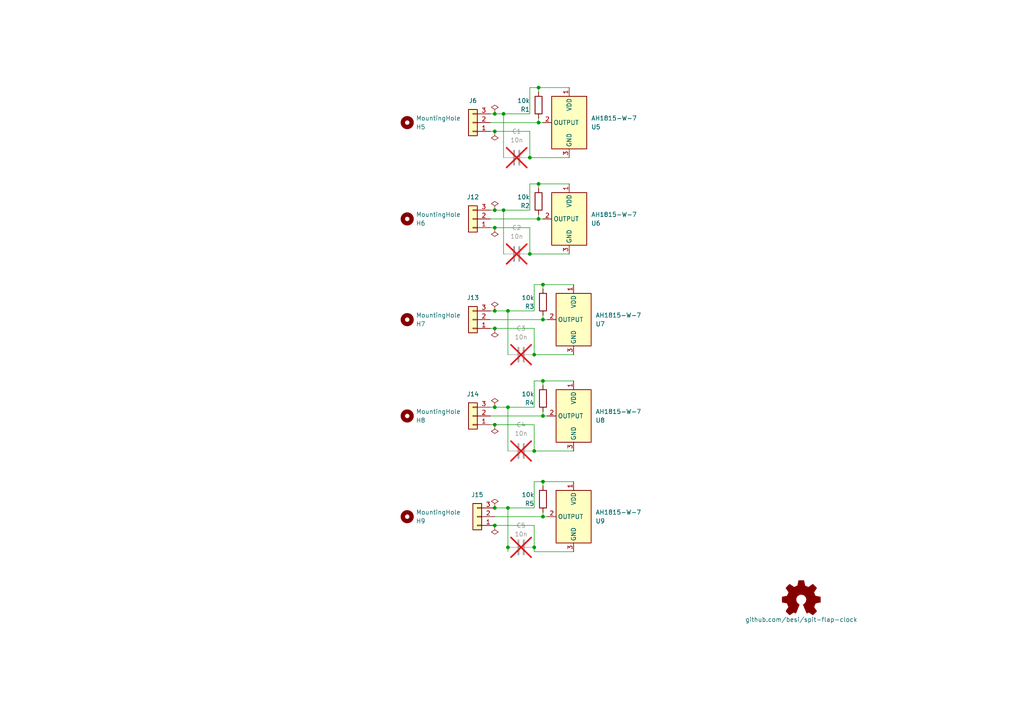
<source format=kicad_sch>
(kicad_sch (version 20231120) (generator "eeschema") (generator_version "8.0")
  (paper "A4")
  (title_block (title "SplitFlap Driver - Sensors") (date "2025-03-05") (rev "v1.2") (company "Besmer Labs"))
  (lib_symbols
    (symbol "Connector_Generic:Conn_01x03" (pin_names (offset 1.016) hide)
      (property "Reference" "J" (at 0 5.08 0))
      (property "Value" "Conn_01x03" (at 0 -5.08 0))
      (symbol "Conn_01x03_1_1"
        (rectangle (start -1.27 -2.413) (end 0 -2.667) (stroke (width 0.1524)))
        (rectangle (start -1.27 0.127) (end 0 -0.127) (stroke (width 0.1524)))
        (rectangle (start -1.27 2.667) (end 0 2.413) (stroke (width 0.1524)))
        (rectangle (start -1.27 3.81) (end 1.27 -3.81) (stroke (width 0.254)) (fill (type background)))
        (pin passive line (at -5.08 2.54 0) (length 3.81) (name "Pin_1") (number "1"))
        (pin passive line (at -5.08 0 0) (length 3.81) (name "Pin_2") (number "2"))
        (pin passive line (at -5.08 -2.54 0) (length 3.81) (name "Pin_3") (number "3"))
      )
    )
    (symbol "Device:C" (pin_numbers hide) (pin_names (offset 0.254))
      (property "Reference" "C" (at 0.635 2.54 0))
      (property "Value" "C" (at 0.635 -2.54 0))
      (symbol "C_0_1"
        (polyline (pts (xy -2.032 -0.762) (xy 2.032 -0.762)) (stroke (width 0.508)))
        (polyline (pts (xy -2.032 0.762) (xy 2.032 0.762)) (stroke (width 0.508)))
      )
      (symbol "C_1_1"
        (pin passive line (at 0 3.81 270) (length 2.794) (name "~") (number "1"))
        (pin passive line (at 0 -3.81 90) (length 2.794) (name "~") (number "2"))
      )
    )
    (symbol "Device:R" (pin_numbers hide) (pin_names (offset 0))
      (property "Reference" "R" (at 2.032 0 90))
      (property "Value" "R" (at 0 0 90))
      (symbol "R_0_1"
        (rectangle (start -1.016 -2.54) (end 1.016 2.54) (stroke (width 0.254)))
      )
      (symbol "R_1_1"
        (pin passive line (at 0 3.81 270) (length 1.27) (name "~") (number "1"))
        (pin passive line (at 0 -3.81 90) (length 1.27) (name "~") (number "2"))
      )
    )
    (symbol "Graphic:Logo_Open_Hardware_Small" (in_bom no) (on_board no)
      (symbol "Logo_Open_Hardware_Small_0_1"
        (polyline (pts (xy 3.3528 -4.3434) (xy 3.302 -4.318) (xy 3.175 -4.2418) (xy 2.9972 -4.1148) (xy 2.7686 -3.9624) (xy 2.54 -3.81) (xy 2.3622 -3.7084) (xy 2.2352 -3.6068) (xy 2.1844 -3.5814) (xy 2.159 -3.6068) (xy 2.0574 -3.6576) (xy 1.905 -3.7338) (xy 1.8034 -3.7846) (xy 1.6764 -3.8354) (xy 1.6002 -3.8354) (xy 1.6002 -3.8354) (xy 1.5494 -3.7338) (xy 1.4732 -3.5306) (xy 1.3462 -3.302) (xy 1.2446 -3.0226) (xy 1.1176 -2.7178) (xy 0.9652 -2.413) (xy 0.8636 -2.1082) (xy 0.7366 -1.8288) (xy 0.6604 -1.6256) (xy 0.6096 -1.4732) (xy 0.5842 -1.397) (xy 0.5842 -1.397) (xy 0.6604 -1.3208) (xy 0.7874 -1.2446) (xy 1.0414 -1.016) (xy 1.2954 -0.6858) (xy 1.4478 -0.3302) (xy 1.524 0.0762) (xy 1.4732 0.4572) (xy 1.3208 0.8128) (xy 1.0668 1.143) (xy 0.762 1.3716) (xy 0.4064 1.524) (xy 0 1.5748) (xy -0.381 1.5494) (xy -0.7366 1.397) (xy -1.0668 1.143) (xy -1.2192 0.9906) (xy -1.397 0.6604) (xy -1.524 0.3048) (xy -1.524 0.2286) (xy -1.4986 -0.1778) (xy -1.397 -0.5334) (xy -1.1938 -0.8636) (xy -0.9144 -1.143) (xy -0.8636 -1.1684) (xy -0.7366 -1.27) (xy -0.635 -1.3462) (xy -0.5842 -1.397) (xy -1.0668 -2.5908) (xy -1.143 -2.794) (xy -1.2954 -3.1242) (xy -1.397 -3.4036) (xy -1.4986 -3.6322) (xy -1.5748 -3.7846) (xy -1.6002 -3.8354) (xy -1.6002 -3.8354) (xy -1.651 -3.8354) (xy -1.7272 -3.81) (xy -1.905 -3.7338) (xy -2.0066 -3.683) (xy -2.1336 -3.6068) (xy -2.2098 -3.5814) (xy -2.2606 -3.6068) (xy -2.3622 -3.683) (xy -2.54 -3.81) (xy -2.7686 -3.9624) (xy -2.9718 -4.0894) (xy -3.1496 -4.2164) (xy -3.302 -4.318) (xy -3.3528 -4.3434) (xy -3.3782 -4.3434) (xy -3.429 -4.318) (xy -3.5306 -4.2164) (xy -3.7084 -4.064) (xy -3.937 -3.8354) (xy -3.9624 -3.81) (xy -4.1656 -3.6068) (xy -4.318 -3.4544) (xy -4.4196 -3.3274) (xy -4.445 -3.2766) (xy -4.445 -3.2766) (xy -4.4196 -3.2258) (xy -4.318 -3.0734) (xy -4.2164 -2.8956) (xy -4.064 -2.667) (xy -3.6576 -2.0828) (xy -3.8862 -1.5494) (xy -3.937 -1.3716) (xy -4.0386 -1.1684) (xy -4.0894 -1.0414) (xy -4.1148 -0.9652) (xy -4.191 -0.9398) (xy -4.318 -0.9144) (xy -4.5466 -0.8636) (xy -4.8006 -0.8128) (xy -5.0546 -0.7874) (xy -5.2578 -0.7366) (xy -5.4356 -0.7112) (xy -5.5118 -0.6858) (xy -5.5118 -0.6858) (xy -5.5372 -0.635) (xy -5.5372 -0.5588) (xy -5.5372 -0.4318) (xy -5.5626 -0.2286) (xy -5.5626 0.0762) (xy -5.5626 0.127) (xy -5.5372 0.4064) (xy -5.5372 0.635) (xy -5.5372 0.762) (xy -5.5372 0.8382) (xy -5.5372 0.8382) (xy -5.461 0.8382) (xy -5.3086 0.889) (xy -5.08 0.9144) (xy -4.826 0.9652) (xy -4.8006 0.9906) (xy -4.5466 1.0414) (xy -4.318 1.0668) (xy -4.1656 1.1176) (xy -4.0894 1.143) (xy -4.0894 1.143) (xy -4.0386 1.2446) (xy -3.9624 1.4224) (xy -3.8608 1.6256) (xy -3.7846 1.8288) (xy -3.7084 2.0066) (xy -3.6576 2.159) (xy -3.6322 2.2098) (xy -3.6322 2.2098) (xy -3.683 2.286) (xy -3.7592 2.413) (xy -3.8862 2.5908) (xy -4.064 2.8194) (xy -4.064 2.8448) (xy -4.2164 3.0734) (xy -4.3434 3.2512) (xy -4.4196 3.3782) (xy -4.445 3.4544) (xy -4.445 3.4544) (xy -4.3942 3.5052) (xy -4.2926 3.6322) (xy -4.1148 3.81) (xy -3.937 4.0132) (xy -3.8608 4.064) (xy -3.6576 4.2926) (xy -3.5052 4.4196) (xy -3.4036 4.4958) (xy -3.3528 4.5212) (xy -3.3528 4.5212) (xy -3.302 4.4704) (xy -3.1496 4.3688) (xy -2.9718 4.2418) (xy -2.7432 4.0894) (xy -2.7178 4.0894) (xy -2.4892 3.937) (xy -2.3114 3.81) (xy -2.1844 3.7084) (xy -2.1336 3.683) (xy -2.1082 3.683) (xy -2.032 3.7084) (xy -1.8542 3.7592) (xy -1.6764 3.8354) (xy -1.4732 3.937) (xy -1.27 4.0132) (xy -1.143 4.064) (xy -1.0668 4.1148) (xy -1.0668 4.1148) (xy -1.0414 4.191) (xy -1.016 4.3434) (xy -0.9652 4.572) (xy -0.9144 4.8514) (xy -0.889 4.9022) (xy -0.8382 5.1562) (xy -0.8128 5.3848) (xy -0.7874 5.5372) (xy -0.762 5.588) (xy -0.7112 5.6134) (xy -0.5842 5.6134) (xy -0.4064 5.6134) (xy -0.1524 5.6134) (xy 0.0762 5.6134) (xy 0.3302 5.6134) (xy 0.5334 5.6134) (xy 0.6858 5.588) (xy 0.7366 5.588) (xy 0.7366 5.588) (xy 0.762 5.5118) (xy 0.8128 5.334) (xy 0.8382 5.1054) (xy 0.9144 4.826) (xy 0.9144 4.7752) (xy 0.9652 4.5212) (xy 1.016 4.2926) (xy 1.0414 4.1402) (xy 1.0668 4.0894) (xy 1.0668 4.0894) (xy 1.1938 4.0386) (xy 1.3716 3.9624) (xy 1.5748 3.8608) (xy 2.0828 3.6576) (xy 2.7178 4.0894) (xy 2.7686 4.1402) (xy 2.9972 4.2926) (xy 3.175 4.4196) (xy 3.302 4.4958) (xy 3.3782 4.5212) (xy 3.3782 4.5212) (xy 3.429 4.4704) (xy 3.556 4.3434) (xy 3.7338 4.191) (xy 3.9116 3.9878) (xy 4.064 3.8354) (xy 4.2418 3.6576) (xy 4.3434 3.556) (xy 4.4196 3.4798) (xy 4.4196 3.429) (xy 4.4196 3.4036) (xy 4.3942 3.3274) (xy 4.2926 3.2004) (xy 4.1656 2.9972) (xy 4.0132 2.794) (xy 3.8862 2.5908) (xy 3.7592 2.3876) (xy 3.6576 2.2352) (xy 3.6322 2.159) (xy 3.6322 2.1336) (xy 3.683 2.0066) (xy 3.7592 1.8288) (xy 3.8608 1.6002) (xy 4.064 1.1176) (xy 4.3942 1.0414) (xy 4.5974 1.016) (xy 4.8768 0.9652) (xy 5.1308 0.9144) (xy 5.5372 0.8382) (xy 5.5626 -0.6604) (xy 5.4864 -0.6858) (xy 5.4356 -0.6858) (xy 5.2832 -0.7366) (xy 5.0546 -0.762) (xy 4.8006 -0.8128) (xy 4.5974 -0.8636) (xy 4.3688 -0.9144) (xy 4.2164 -0.9398) (xy 4.1402 -0.9398) (xy 4.1148 -0.9652) (xy 4.064 -1.0668) (xy 3.9878 -1.2446) (xy 3.9116 -1.4478) (xy 3.81 -1.651) (xy 3.7338 -1.8542) (xy 3.683 -2.0066) (xy 3.6576 -2.0828) (xy 3.683 -2.1336) (xy 3.7846 -2.2606) (xy 3.8862 -2.4638) (xy 4.0386 -2.667) (xy 4.191 -2.8956) (xy 4.318 -3.0734) (xy 4.3942 -3.2004) (xy 4.445 -3.2766) (xy 4.4196 -3.3274) (xy 4.3434 -3.429) (xy 4.1656 -3.5814) (xy 3.937 -3.8354) (xy 3.8862 -3.8608) (xy 3.683 -4.064) (xy 3.5306 -4.2164) (xy 3.4036 -4.318) (xy 3.3528 -4.3434)) (fill (type outline)))
      )
    )
    (symbol "Mechanical:MountingHole" (pin_names (offset 1.016))
      (property "Reference" "H" (at 0 5.08 0))
      (property "Value" "MountingHole" (at 0 3.175 0))
      (symbol "MountingHole_0_1"
        (circle (center 0 0) (radius 1.27) (stroke (width 1.27)))
      )
    )
    (symbol "Sensor_Magnetic:AH1806-W"
      (property "Reference" "U" (at -5.08 8.89 0))
      (property "Value" "AH1806-W" (at 7.62 8.89 0))
      (symbol "AH1806-W_0_1"
        (rectangle (start 5.08 7.62) (end -5.08 -7.62) (stroke (width 0.254)) (fill (type background)))
      )
      (symbol "AH1806-W_1_1"
        (pin power_in line (at 0 10.16 270) (length 2.54) (name "VDD") (number "1"))
        (pin open_collector line (at 7.62 0 180) (length 2.54) (name "OUTPUT") (number "2"))
        (pin power_in line (at 0 -10.16 90) (length 2.54) (name "GND") (number "3"))
      )
    )
    (symbol "power:PWR_FLAG" (power) (pin_numbers hide) (pin_names (offset 0) hide)
      (property "Value" "PWR_FLAG" (at 0 3.81 0))
      (symbol "PWR_FLAG_0_0"
        (pin power_out line (at 0 0 90) (length 0) (name "~") (number "1"))
      )
      (symbol "PWR_FLAG_0_1"
        (polyline (pts (xy 0 0) (xy 0 1.27) (xy -1.016 1.905) (xy 0 2.54) (xy 1.016 1.905) (xy 0 1.27)))
      )
    )
  )
  (junction (at 156.21 63.5))
  (junction (at 157.48 110.49))
  (junction (at 143.51 33.02))
  (junction (at 143.51 118.11))
  (junction (at 147.32 118.11))
  (junction (at 154.94 102.87))
  (junction (at 157.48 139.7))
  (junction (at 143.51 66.04))
  (junction (at 146.05 33.02))
  (junction (at 154.94 130.81))
  (junction (at 143.51 90.17))
  (junction (at 143.51 152.4))
  (junction (at 147.32 158.75))
  (junction (at 153.67 73.66))
  (junction (at 156.21 53.34))
  (junction (at 154.94 158.75))
  (junction (at 157.48 149.86))
  (junction (at 143.51 95.25))
  (junction (at 147.32 90.17))
  (junction (at 157.48 92.71))
  (junction (at 156.21 35.56))
  (junction (at 153.67 45.72))
  (junction (at 147.32 147.32))
  (junction (at 157.48 82.55))
  (junction (at 143.51 60.96))
  (junction (at 143.51 123.19))
  (junction (at 146.05 60.96))
  (junction (at 143.51 147.32))
  (junction (at 157.48 120.65))
  (junction (at 143.51 38.1))
  (junction (at 156.21 25.4))
  (wire (pts (xy 147.32 160.02) (xy 147.32 158.75)))
  (wire (pts (xy 157.48 83.82) (xy 157.48 82.55)))
  (wire (pts (xy 153.67 73.66) (xy 165.1 73.66)))
  (wire (pts (xy 154.94 130.81) (xy 166.37 130.81)))
  (wire (pts (xy 157.48 92.71) (xy 158.75 92.71)))
  (wire (pts (xy 153.67 66.04) (xy 153.67 73.66)))
  (wire (pts (xy 143.51 38.1) (xy 153.67 38.1)))
  (wire (pts (xy 153.67 60.96) (xy 153.67 53.34)))
  (wire (pts (xy 154.94 102.87) (xy 166.37 102.87)))
  (wire (pts (xy 157.48 149.86) (xy 157.48 148.59)))
  (wire (pts (xy 157.48 120.65) (xy 158.75 120.65)))
  (wire (pts (xy 153.67 38.1) (xy 153.67 45.72)))
  (wire (pts (xy 142.24 33.02) (xy 143.51 33.02)))
  (wire (pts (xy 142.24 120.65) (xy 157.48 120.65)))
  (wire (pts (xy 154.94 139.7) (xy 157.48 139.7)))
  (wire (pts (xy 154.94 95.25) (xy 154.94 102.87)))
  (wire (pts (xy 142.24 123.19) (xy 143.51 123.19)))
  (wire (pts (xy 142.24 92.71) (xy 157.48 92.71)))
  (wire (pts (xy 156.21 25.4) (xy 165.1 25.4)))
  (wire (pts (xy 142.24 118.11) (xy 143.51 118.11)))
  (wire (pts (xy 146.05 60.96) (xy 153.67 60.96)))
  (wire (pts (xy 142.24 38.1) (xy 143.51 38.1)))
  (wire (pts (xy 154.94 147.32) (xy 154.94 139.7)))
  (wire (pts (xy 156.21 35.56) (xy 157.48 35.56)))
  (wire (pts (xy 153.67 53.34) (xy 156.21 53.34)))
  (wire (pts (xy 142.24 60.96) (xy 143.51 60.96)))
  (wire (pts (xy 156.21 53.34) (xy 165.1 53.34)))
  (wire (pts (xy 147.32 130.81) (xy 147.32 118.11)))
  (wire (pts (xy 146.05 45.72) (xy 146.05 33.02)))
  (wire (pts (xy 143.51 90.17) (xy 147.32 90.17)))
  (wire (pts (xy 157.48 139.7) (xy 166.37 139.7)))
  (wire (pts (xy 153.67 33.02) (xy 153.67 25.4)))
  (wire (pts (xy 146.05 33.02) (xy 153.67 33.02)))
  (wire (pts (xy 156.21 54.61) (xy 156.21 53.34)))
  (wire (pts (xy 157.48 111.76) (xy 157.48 110.49)))
  (wire (pts (xy 142.24 63.5) (xy 156.21 63.5)))
  (wire (pts (xy 147.32 118.11) (xy 154.94 118.11)))
  (wire (pts (xy 153.67 45.72) (xy 165.1 45.72)))
  (wire (pts (xy 154.94 158.75) (xy 154.94 160.02)))
  (wire (pts (xy 154.94 152.4) (xy 154.94 158.75)))
  (wire (pts (xy 143.51 66.04) (xy 153.67 66.04)))
  (wire (pts (xy 143.51 149.86) (xy 157.48 149.86)))
  (wire (pts (xy 143.51 60.96) (xy 146.05 60.96)))
  (wire (pts (xy 157.48 120.65) (xy 157.48 119.38)))
  (wire (pts (xy 154.94 123.19) (xy 154.94 130.81)))
  (wire (pts (xy 143.51 95.25) (xy 154.94 95.25)))
  (wire (pts (xy 147.32 158.75) (xy 147.32 147.32)))
  (wire (pts (xy 146.05 73.66) (xy 146.05 60.96)))
  (wire (pts (xy 154.94 110.49) (xy 157.48 110.49)))
  (wire (pts (xy 147.32 102.87) (xy 147.32 90.17)))
  (wire (pts (xy 154.94 82.55) (xy 157.48 82.55)))
  (wire (pts (xy 156.21 63.5) (xy 157.48 63.5)))
  (wire (pts (xy 157.48 110.49) (xy 166.37 110.49)))
  (wire (pts (xy 154.94 118.11) (xy 154.94 110.49)))
  (wire (pts (xy 143.51 152.4) (xy 154.94 152.4)))
  (wire (pts (xy 156.21 35.56) (xy 156.21 34.29)))
  (wire (pts (xy 142.24 90.17) (xy 143.51 90.17)))
  (wire (pts (xy 147.32 90.17) (xy 154.94 90.17)))
  (wire (pts (xy 156.21 63.5) (xy 156.21 62.23)))
  (wire (pts (xy 142.24 95.25) (xy 143.51 95.25)))
  (wire (pts (xy 157.48 149.86) (xy 158.75 149.86)))
  (wire (pts (xy 142.24 35.56) (xy 156.21 35.56)))
  (wire (pts (xy 157.48 92.71) (xy 157.48 91.44)))
  (wire (pts (xy 157.48 140.97) (xy 157.48 139.7)))
  (wire (pts (xy 143.51 33.02) (xy 146.05 33.02)))
  (wire (pts (xy 143.51 123.19) (xy 154.94 123.19)))
  (wire (pts (xy 143.51 147.32) (xy 147.32 147.32)))
  (wire (pts (xy 154.94 160.02) (xy 166.37 160.02)))
  (wire (pts (xy 153.67 25.4) (xy 156.21 25.4)))
  (wire (pts (xy 156.21 26.67) (xy 156.21 25.4)))
  (wire (pts (xy 143.51 118.11) (xy 147.32 118.11)))
  (wire (pts (xy 154.94 90.17) (xy 154.94 82.55)))
  (wire (pts (xy 142.24 66.04) (xy 143.51 66.04)))
  (wire (pts (xy 147.32 147.32) (xy 154.94 147.32)))
  (wire (pts (xy 157.48 82.55) (xy 166.37 82.55)))
  (symbol (lib_id "Mechanical:MountingHole") (at 118.11 149.86 0) (mirror x) (unit 1) (in_bom no)
    (property "Reference" "H9" (at 120.65 151.1301 0) (effects (justify left)))
    (property "Value" "MountingHole" (at 120.65 148.5901 0) (effects (justify left)))
    (property "Footprint" "MountingHole:MountingHole_3.2mm_M3" (effects (hide yes)))
    (property "LCSC" "DNP" (effects (hide yes)))
  )
  (symbol (lib_id "Device:C") (at 149.86 45.72 90) (unit 1) (in_bom no) (on_board no) (dnp yes)
    (property "Reference" "C1" (at 149.86 38.1 90))
    (property "Value" "10n" (at 149.86 40.64 90))
  )
  (symbol (lib_id "Mechanical:MountingHole") (at 118.11 35.56 0) (mirror x) (unit 1) (in_bom no)
    (property "Reference" "H5" (at 120.65 36.8301 0) (effects (justify left)))
    (property "Value" "MountingHole" (at 120.65 34.2901 0) (effects (justify left)))
    (property "Footprint" "MountingHole:MountingHole_3.2mm_M3" (effects (hide yes)))
    (property "LCSC" "DNP" (effects (hide yes)))
  )
  (symbol (lib_id "power:PWR_FLAG") (at 143.51 38.1 180) (unit 1) (in_bom no) (on_board no)
    (property "Reference" "#FLG07" (effects (hide yes)))
    (property "Value" "PWR_FLAG" (effects (hide yes)))
    (property "Description" "Special symbol for telling ERC where power comes from" (effects (hide yes)))
  )
  (symbol (lib_id "power:PWR_FLAG") (at 143.51 123.19 180) (unit 1) (in_bom no) (on_board no)
    (property "Reference" "#FLG011" (effects (hide yes)))
    (property "Value" "PWR_FLAG" (effects (hide yes)))
    (property "Description" "Special symbol for telling ERC where power comes from" (effects (hide yes)))
  )
  (symbol (lib_id "Device:C") (at 151.13 158.75 90) (unit 1) (in_bom no) (on_board no) (dnp yes)
    (property "Reference" "C5" (at 151.13 152.4 90))
    (property "Value" "10n" (at 151.13 154.94 90))
  )
  (symbol (lib_id "Device:R") (at 157.48 115.57 0) (mirror x) (unit 1)
    (property "Reference" "R4" (at 154.94 116.84 0) (effects (justify right)))
    (property "Value" "10k" (at 154.94 114.3 0) (effects (justify right)))
    (property "Footprint" "Resistor_SMD:R_0805_2012Metric_Pad1.20x1.40mm_HandSolder" (effects (hide yes)))
  )
  (symbol (lib_id "Device:R") (at 156.21 30.48 0) (mirror x) (unit 1)
    (property "Reference" "R1" (at 153.67 31.75 0) (effects (justify right)))
    (property "Value" "10k" (at 153.67 29.21 0) (effects (justify right)))
    (property "Footprint" "Resistor_SMD:R_0805_2012Metric_Pad1.20x1.40mm_HandSolder" (effects (hide yes)))
  )
  (symbol (lib_id "power:PWR_FLAG") (at 143.51 147.32 0) (unit 1) (in_bom no) (on_board no)
    (property "Reference" "#FLG012" (effects (hide yes)))
    (property "Value" "PWR_FLAG" (effects (hide yes)))
    (property "Description" "Special symbol for telling ERC where power comes from" (effects (hide yes)))
  )
  (symbol (lib_id "Device:R") (at 156.21 58.42 0) (mirror x) (unit 1)
    (property "Reference" "R2" (at 153.67 59.69 0) (effects (justify right)))
    (property "Value" "10k" (at 153.67 57.15 0) (effects (justify right)))
    (property "Footprint" "Resistor_SMD:R_0805_2012Metric_Pad1.20x1.40mm_HandSolder" (effects (hide yes)))
  )
  (symbol (lib_id "Sensor_Magnetic:AH1806-W") (at 166.37 149.86 0) (mirror y) (unit 1)
    (property "Reference" "U9" (at 172.72 151.13 0) (effects (justify right)))
    (property "Value" "AH1815-W-7" (at 172.72 148.59 0) (effects (justify right)))
    (property "Footprint" "Package_TO_SOT_SMD:SC-59_Handsoldering" (effects (hide yes)))
    (property "Datasheet" "https://www.diodes.com/assets/Datasheets/AH1806.pdf" (effects (hide yes)))
  )
  (symbol (lib_id "Sensor_Magnetic:AH1806-W") (at 165.1 63.5 0) (mirror y) (unit 1)
    (property "Reference" "U6" (at 171.45 64.77 0) (effects (justify right)))
    (property "Value" "AH1815-W-7" (at 171.45 62.23 0) (effects (justify right)))
    (property "Footprint" "Package_TO_SOT_SMD:SC-59_Handsoldering" (effects (hide yes)))
    (property "Datasheet" "https://www.diodes.com/assets/Datasheets/AH1806.pdf" (effects (hide yes)))
  )
  (symbol (lib_id "Mechanical:MountingHole") (at 118.11 120.65 0) (mirror x) (unit 1) (in_bom no)
    (property "Reference" "H8" (at 120.65 121.9201 0) (effects (justify left)))
    (property "Value" "MountingHole" (at 120.65 119.3801 0) (effects (justify left)))
    (property "Footprint" "MountingHole:MountingHole_3.2mm_M3" (effects (hide yes)))
    (property "LCSC" "DNP" (effects (hide yes)))
  )
  (symbol (lib_id "power:PWR_FLAG") (at 143.51 60.96 0) (unit 1) (in_bom no) (on_board no)
    (property "Reference" "#FLG04" (effects (hide yes)))
    (property "Value" "PWR_FLAG" (effects (hide yes)))
    (property "Description" "Special symbol for telling ERC where power comes from" (effects (hide yes)))
  )
  (symbol (lib_id "power:PWR_FLAG") (at 143.51 66.04 180) (unit 1) (in_bom no) (on_board no)
    (property "Reference" "#FLG05" (effects (hide yes)))
    (property "Value" "PWR_FLAG" (effects (hide yes)))
    (property "Description" "Special symbol for telling ERC where power comes from" (effects (hide yes)))
  )
  (symbol (lib_id "Mechanical:MountingHole") (at 118.11 92.71 0) (mirror x) (unit 1) (in_bom no)
    (property "Reference" "H7" (at 120.65 93.9801 0) (effects (justify left)))
    (property "Value" "MountingHole" (at 120.65 91.4401 0) (effects (justify left)))
    (property "Footprint" "MountingHole:MountingHole_3.2mm_M3" (effects (hide yes)))
    (property "LCSC" "DNP" (effects (hide yes)))
  )
  (symbol (lib_id "Sensor_Magnetic:AH1806-W") (at 166.37 120.65 0) (mirror y) (unit 1)
    (property "Reference" "U8" (at 172.72 121.92 0) (effects (justify right)))
    (property "Value" "AH1815-W-7" (at 172.72 119.38 0) (effects (justify right)))
    (property "Footprint" "Package_TO_SOT_SMD:SC-59_Handsoldering" (effects (hide yes)))
    (property "Datasheet" "https://www.diodes.com/assets/Datasheets/AH1806.pdf" (effects (hide yes)))
  )
  (symbol (lib_id "Device:C") (at 151.13 102.87 90) (unit 1) (in_bom no) (on_board no) (dnp yes)
    (property "Reference" "C3" (at 151.13 95.25 90))
    (property "Value" "10n" (at 151.13 97.79 90))
  )
  (symbol (lib_id "Device:R") (at 157.48 87.63 0) (mirror x) (unit 1)
    (property "Reference" "R3" (at 154.94 88.9 0) (effects (justify right)))
    (property "Value" "10k" (at 154.94 86.36 0) (effects (justify right)))
    (property "Footprint" "Resistor_SMD:R_0805_2012Metric_Pad1.20x1.40mm_HandSolder" (effects (hide yes)))
  )
  (symbol (lib_id "power:PWR_FLAG") (at 143.51 90.17 0) (unit 1) (in_bom no) (on_board no)
    (property "Reference" "#FLG08" (effects (hide yes)))
    (property "Value" "PWR_FLAG" (effects (hide yes)))
    (property "Description" "Special symbol for telling ERC where power comes from" (effects (hide yes)))
  )
  (symbol (lib_id "power:PWR_FLAG") (at 143.51 152.4 180) (unit 1) (in_bom no) (on_board no)
    (property "Reference" "#FLG013" (effects (hide yes)))
    (property "Value" "PWR_FLAG" (effects (hide yes)))
    (property "Description" "Special symbol for telling ERC where power comes from" (effects (hide yes)))
  )
  (symbol (lib_id "Connector_Generic:Conn_01x03") (at 137.16 63.5 180) (unit 1)
    (property "Reference" "J12" (at 137.16 57.15 0))
    (property "Value" "Conn_01x03" (effects (hide yes)))
    (property "Footprint" "Connector_PinHeader_2.54mm:PinHeader_1x03_P2.54mm_Vertical" (effects (hide yes)))
  )
  (symbol (lib_id "Graphic:Logo_Open_Hardware_Small") (at 232.41 173.99 0) (unit 1) (in_bom no) (on_board no)
    (property "Reference" "OSHW2" (effects (hide yes)))
    (property "Value" "github.com/besi/spit-flap-clock" (at 232.41 179.705 0))
    (property "Footprint" "Symbol:OSHW-Symbol_6.7x6mm_SilkScreen" (effects (hide yes)))
  )
  (symbol (lib_id "Connector_Generic:Conn_01x03") (at 138.43 149.86 180) (unit 1)
    (property "Reference" "J15" (at 138.43 143.51 0))
    (property "Value" "Conn_01x03" (effects (hide yes)))
    (property "Footprint" "Connector_PinHeader_2.54mm:PinHeader_1x03_P2.54mm_Vertical" (effects (hide yes)))
  )
  (symbol (lib_id "power:PWR_FLAG") (at 143.51 95.25 180) (unit 1) (in_bom no) (on_board no)
    (property "Reference" "#FLG09" (effects (hide yes)))
    (property "Value" "PWR_FLAG" (effects (hide yes)))
    (property "Description" "Special symbol for telling ERC where power comes from" (effects (hide yes)))
  )
  (symbol (lib_id "Device:C") (at 151.13 130.81 90) (unit 1) (in_bom no) (on_board no) (dnp yes)
    (property "Reference" "C4" (at 151.13 123.19 90))
    (property "Value" "10n" (at 151.13 125.73 90))
  )
  (symbol (lib_id "Sensor_Magnetic:AH1806-W") (at 166.37 92.71 0) (mirror y) (unit 1)
    (property "Reference" "U7" (at 172.72 93.98 0) (effects (justify right)))
    (property "Value" "AH1815-W-7" (at 172.72 91.44 0) (effects (justify right)))
    (property "Footprint" "Package_TO_SOT_SMD:SC-59_Handsoldering" (effects (hide yes)))
    (property "Datasheet" "https://www.diodes.com/assets/Datasheets/AH1806.pdf" (effects (hide yes)))
  )
  (symbol (lib_id "Mechanical:MountingHole") (at 118.11 63.5 0) (mirror x) (unit 1) (in_bom no)
    (property "Reference" "H6" (at 120.65 64.7701 0) (effects (justify left)))
    (property "Value" "MountingHole" (at 120.65 62.2301 0) (effects (justify left)))
    (property "Footprint" "MountingHole:MountingHole_3.2mm_M3" (effects (hide yes)))
    (property "LCSC" "DNP" (effects (hide yes)))
  )
  (symbol (lib_id "Device:R") (at 157.48 144.78 0) (mirror x) (unit 1)
    (property "Reference" "R5" (at 154.94 146.05 0) (effects (justify right)))
    (property "Value" "10k" (at 154.94 143.51 0) (effects (justify right)))
    (property "Footprint" "Resistor_SMD:R_0805_2012Metric_Pad1.20x1.40mm_HandSolder" (effects (hide yes)))
  )
  (symbol (lib_id "Device:C") (at 149.86 73.66 90) (unit 1) (in_bom no) (on_board no) (dnp yes)
    (property "Reference" "C2" (at 149.86 66.04 90))
    (property "Value" "10n" (at 149.86 68.58 90))
  )
  (symbol (lib_id "Sensor_Magnetic:AH1806-W") (at 165.1 35.56 0) (mirror y) (unit 1)
    (property "Reference" "U5" (at 171.45 36.83 0) (effects (justify right)))
    (property "Value" "AH1815-W-7" (at 171.45 34.29 0) (effects (justify right)))
    (property "Footprint" "Package_TO_SOT_SMD:SC-59_Handsoldering" (effects (hide yes)))
    (property "Datasheet" "https://www.diodes.com/assets/Datasheets/AH1806.pdf" (effects (hide yes)))
  )
  (symbol (lib_id "Connector_Generic:Conn_01x03") (at 137.16 92.71 180) (unit 1)
    (property "Reference" "J13" (at 137.16 86.36 0))
    (property "Value" "Conn_01x03" (effects (hide yes)))
    (property "Footprint" "Connector_PinHeader_2.54mm:PinHeader_1x03_P2.54mm_Vertical" (effects (hide yes)))
  )
  (symbol (lib_id "power:PWR_FLAG") (at 143.51 118.11 0) (unit 1) (in_bom no) (on_board no)
    (property "Reference" "#FLG010" (effects (hide yes)))
    (property "Value" "PWR_FLAG" (effects (hide yes)))
    (property "Description" "Special symbol for telling ERC where power comes from" (effects (hide yes)))
  )
  (symbol (lib_id "power:PWR_FLAG") (at 143.51 33.02 0) (unit 1) (in_bom no) (on_board no)
    (property "Reference" "#FLG06" (effects (hide yes)))
    (property "Value" "PWR_FLAG" (effects (hide yes)))
    (property "Description" "Special symbol for telling ERC where power comes from" (effects (hide yes)))
  )
  (symbol (lib_id "Connector_Generic:Conn_01x03") (at 137.16 120.65 180) (unit 1)
    (property "Reference" "J14" (at 137.16 114.3 0))
    (property "Value" "Conn_01x03" (effects (hide yes)))
    (property "Footprint" "Connector_PinHeader_2.54mm:PinHeader_1x03_P2.54mm_Vertical" (effects (hide yes)))
  )
  (symbol (lib_id "Connector_Generic:Conn_01x03") (at 137.16 35.56 180) (unit 1)
    (property "Reference" "J6" (at 137.16 29.21 0))
    (property "Value" "Conn_01x03" (effects (hide yes)))
    (property "Footprint" "Connector_PinHeader_2.54mm:PinHeader_1x03_P2.54mm_Vertical" (effects (hide yes)))
  )
)
</source>
